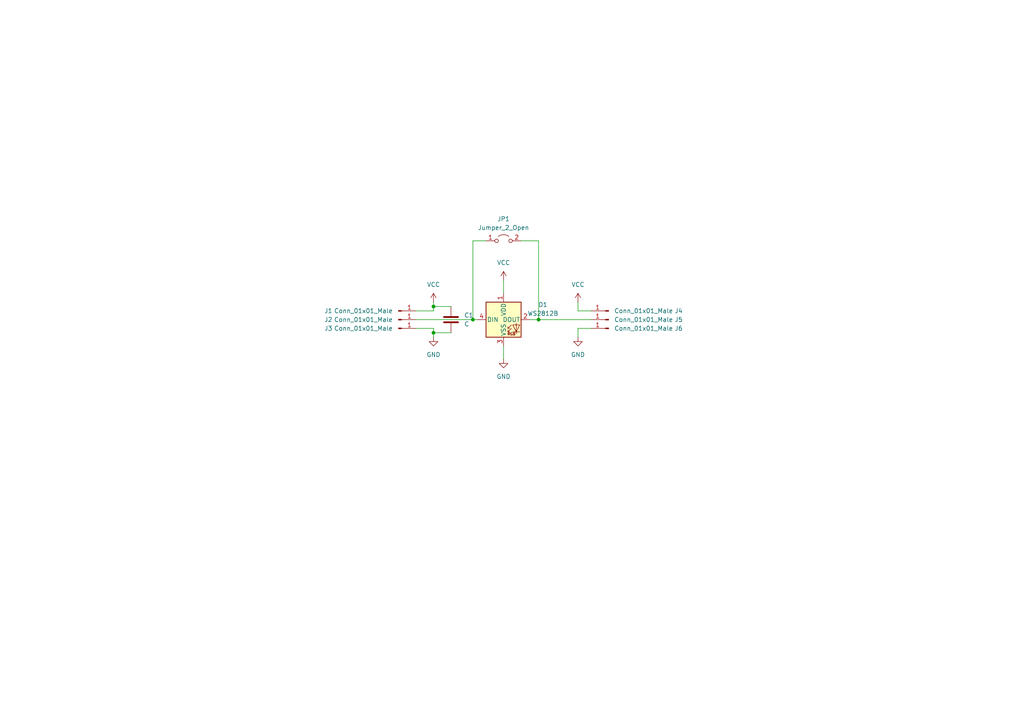
<source format=kicad_sch>
(kicad_sch (version 20211123) (generator eeschema)
  (paper "A4")
  (lib_symbols
    (symbol "Connector:Conn_01x01_Male" (pin_names (offset 1.016) hide)
      (property "Reference" "J" (at 0 2.54 0))
      (property "Value" "Conn_01x01_Male" (at 0 -2.54 0))
      (symbol "Conn_01x01_Male_1_1"
        (polyline (pts (xy 1.27 0) (xy 0.8636 0)) (stroke (width 0.1524)))
        (rectangle (start 0.8636 0.127) (end 0 -0.127) (stroke (width 0.1524)) (fill (type outline)))
        (pin passive line (at 5.08 0 180) (length 3.81) (name "Pin_1") (number "1"))
      )
    )
    (symbol "Device:C" (pin_numbers hide) (pin_names (offset 0.254))
      (property "Reference" "C" (at 0.635 2.54 0))
      (property "Value" "C" (at 0.635 -2.54 0))
      (symbol "C_0_1"
        (polyline (pts (xy -2.032 -0.762) (xy 2.032 -0.762)) (stroke (width 0.508)))
        (polyline (pts (xy -2.032 0.762) (xy 2.032 0.762)) (stroke (width 0.508)))
      )
      (symbol "C_1_1"
        (pin passive line (at 0 3.81 270) (length 2.794) (name "~") (number "1"))
        (pin passive line (at 0 -3.81 90) (length 2.794) (name "~") (number "2"))
      )
    )
    (symbol "Jumper:Jumper_2_Open" (pin_names (offset 0) hide)
      (property "Reference" "JP" (at 0 2.794 0))
      (property "Value" "Jumper_2_Open" (at 0 -2.286 0))
      (symbol "Jumper_2_Open_0_0"
        (circle (center -2.032 0) (radius 0.508))
        (circle (center 2.032 0) (radius 0.508))
      )
      (symbol "Jumper_2_Open_0_1"
        (arc (start 1.524 1.27) (mid 0 1.778) (end -1.524 1.27))
      )
      (symbol "Jumper_2_Open_1_1"
        (pin passive line (at -5.08 0 0) (length 2.54) (name "A") (number "1"))
        (pin passive line (at 5.08 0 180) (length 2.54) (name "B") (number "2"))
      )
    )
    (symbol "LED:WS2812B" (pin_names (offset 0.254))
      (property "Reference" "D" (at 5.08 5.715 0))
      (property "Value" "WS2812B" (at 1.27 -5.715 0))
      (symbol "WS2812B_0_0"
        (text "RGB" (at 2.286 -4.191 0) (effects (font (size 0.762 0.762))))
      )
      (symbol "WS2812B_0_1"
        (polyline (pts (xy 1.27 -3.556) (xy 1.778 -3.556)))
        (polyline (pts (xy 1.27 -2.54) (xy 1.778 -2.54)))
        (polyline (pts (xy 4.699 -3.556) (xy 2.667 -3.556)))
        (polyline (pts (xy 2.286 -2.54) (xy 1.27 -3.556) (xy 1.27 -3.048)))
        (polyline (pts (xy 2.286 -1.524) (xy 1.27 -2.54) (xy 1.27 -2.032)))
        (polyline (pts (xy 3.683 -1.016) (xy 3.683 -3.556) (xy 3.683 -4.064)))
        (polyline (pts (xy 4.699 -1.524) (xy 2.667 -1.524) (xy 3.683 -3.556) (xy 4.699 -1.524)))
        (rectangle (start 5.08 5.08) (end -5.08 -5.08) (stroke (width 0.254)) (fill (type background)))
      )
      (symbol "WS2812B_1_1"
        (pin power_in line (at 0 7.62 270) (length 2.54) (name "VDD") (number "1"))
        (pin output line (at 7.62 0 180) (length 2.54) (name "DOUT") (number "2"))
        (pin power_in line (at 0 -7.62 90) (length 2.54) (name "VSS") (number "3"))
        (pin input line (at -7.62 0 0) (length 2.54) (name "DIN") (number "4"))
      )
    )
    (symbol "power:GND" (power) (pin_names (offset 0))
      (property "Value" "GND" (at 0 -3.81 0))
      (symbol "GND_0_1"
        (polyline (pts (xy 0 0) (xy 0 -1.27) (xy 1.27 -1.27) (xy 0 -2.54) (xy -1.27 -1.27) (xy 0 -1.27)))
      )
      (symbol "GND_1_1"
        (pin power_in line (at 0 0 270) (length 0) hide (name "GND") (number "1"))
      )
    )
    (symbol "power:VCC" (power) (pin_names (offset 0))
      (property "Value" "VCC" (at 0 3.81 0))
      (symbol "VCC_0_1"
        (polyline (pts (xy -0.762 1.27) (xy 0 2.54)))
        (polyline (pts (xy 0 0) (xy 0 2.54)))
        (polyline (pts (xy 0 2.54) (xy 0.762 1.27)))
      )
      (symbol "VCC_1_1"
        (pin power_in line (at 0 0 90) (length 0) hide (name "VCC") (number "1"))
      )
    )
  )
  (junction (at 156.21 92.71))
  (junction (at 125.73 96.52))
  (junction (at 137.16 92.71))
  (junction (at 125.73 88.9))
  (wire (pts (xy 167.64 95.25) (xy 171.45 95.25)))
  (wire (pts (xy 120.65 95.25) (xy 125.73 95.25)))
  (wire (pts (xy 137.16 92.71) (xy 138.43 92.71)))
  (wire (pts (xy 137.16 92.71) (xy 137.16 69.85)))
  (wire (pts (xy 125.73 96.52) (xy 130.81 96.52)))
  (wire (pts (xy 125.73 88.9) (xy 130.81 88.9)))
  (wire (pts (xy 125.73 95.25) (xy 125.73 96.52)))
  (wire (pts (xy 156.21 92.71) (xy 171.45 92.71)))
  (wire (pts (xy 137.16 69.85) (xy 140.97 69.85)))
  (wire (pts (xy 120.65 90.17) (xy 125.73 90.17)))
  (wire (pts (xy 167.64 97.79) (xy 167.64 95.25)))
  (wire (pts (xy 151.13 69.85) (xy 156.21 69.85)))
  (wire (pts (xy 153.67 92.71) (xy 156.21 92.71)))
  (wire (pts (xy 120.65 92.71) (xy 137.16 92.71)))
  (wire (pts (xy 125.73 96.52) (xy 125.73 97.79)))
  (wire (pts (xy 167.64 90.17) (xy 171.45 90.17)))
  (wire (pts (xy 125.73 90.17) (xy 125.73 88.9)))
  (wire (pts (xy 146.05 81.28) (xy 146.05 85.09)))
  (wire (pts (xy 167.64 87.63) (xy 167.64 90.17)))
  (wire (pts (xy 146.05 100.33) (xy 146.05 104.14)))
  (wire (pts (xy 156.21 69.85) (xy 156.21 92.71)))
  (wire (pts (xy 125.73 88.9) (xy 125.73 87.63)))
  (symbol (lib_id "LED:WS2812B") (at 146.05 92.71 0) (unit 1)
    (property "Reference" "D1" (at 157.48 88.3793 0))
    (property "Value" "WS2812B" (at 157.48 90.9193 0))
    (property "Footprint" "LED_SMD:LED_WS2812B_PLCC4_5.0x5.0mm_P3.2mm" (effects hide))
    (property "Datasheet" "https://cdn-shop.adafruit.com/datasheets/WS2812B.pdf" (effects hide))
  )
  (symbol (lib_id "Connector:Conn_01x01_Male") (at 176.53 90.17 180) (unit 1)
    (property "Reference" "J4" (at 196.85 90.17 0))
    (property "Value" "Conn_01x01_Male" (at 186.69 90.17 0))
    (property "Footprint" "TestPoint:TestPoint_Pad_2.0x2.0mm" (effects hide))
  )
  (symbol (lib_id "power:GND") (at 146.05 104.14 0) (unit 1)
    (property "Reference" "#PWR0101" (effects hide))
    (property "Value" "GND" (at 146.05 109.22 0))
  )
  (symbol (lib_id "Jumper:Jumper_2_Open") (at 146.05 69.85 0) (unit 1)
    (property "Reference" "JP1" (at 146.05 63.5 0))
    (property "Value" "Jumper_2_Open" (at 146.05 66.04 0))
    (property "Footprint" "Jumper:SolderJumper-2_P1.3mm_Open_Pad1.0x1.5mm" (effects hide))
  )
  (symbol (lib_id "Connector:Conn_01x01_Male") (at 176.53 92.71 180) (unit 1)
    (property "Reference" "J5" (at 196.85 92.71 0))
    (property "Value" "Conn_01x01_Male" (at 186.69 92.71 0))
    (property "Footprint" "TestPoint:TestPoint_Pad_2.0x2.0mm" (effects hide))
  )
  (symbol (lib_id "power:VCC") (at 125.73 87.63 0) (unit 1)
    (property "Reference" "#PWR0103" (effects hide))
    (property "Value" "VCC" (at 125.73 82.55 0))
  )
  (symbol (lib_id "Connector:Conn_01x01_Male") (at 115.57 92.71 0) (unit 1)
    (property "Reference" "J2" (at 95.25 92.71 0))
    (property "Value" "Conn_01x01_Male" (at 105.41 92.71 0))
    (property "Footprint" "TestPoint:TestPoint_Pad_2.0x2.0mm" (effects hide))
  )
  (symbol (lib_id "Connector:Conn_01x01_Male") (at 176.53 95.25 180) (unit 1)
    (property "Reference" "J6" (at 196.85 95.25 0))
    (property "Value" "Conn_01x01_Male" (at 186.69 95.25 0))
    (property "Footprint" "TestPoint:TestPoint_Pad_2.0x2.0mm" (effects hide))
  )
  (symbol (lib_id "Device:C") (at 130.81 92.71 0) (unit 1)
    (property "Reference" "C1" (at 134.62 91.4399 0) (effects (justify left)))
    (property "Value" "C" (at 134.62 93.9799 0) (effects (justify left)))
    (property "Footprint" "Capacitor_SMD:C_0603_1608Metric" (effects hide))
  )
  (symbol (lib_id "power:GND") (at 167.64 97.79 0) (unit 1)
    (property "Reference" "#PWR0102" (effects hide))
    (property "Value" "GND" (at 167.64 102.87 0))
  )
  (symbol (lib_id "Connector:Conn_01x01_Male") (at 115.57 95.25 0) (unit 1)
    (property "Reference" "J3" (at 95.25 95.25 0))
    (property "Value" "Conn_01x01_Male" (at 105.41 95.25 0))
    (property "Footprint" "TestPoint:TestPoint_Pad_2.0x2.0mm" (effects hide))
  )
  (symbol (lib_id "Connector:Conn_01x01_Male") (at 115.57 90.17 0) (unit 1)
    (property "Reference" "J1" (at 95.25 90.17 0))
    (property "Value" "Conn_01x01_Male" (at 105.41 90.17 0))
    (property "Footprint" "TestPoint:TestPoint_Pad_2.0x2.0mm" (effects hide))
  )
  (symbol (lib_id "power:VCC") (at 167.64 87.63 0) (unit 1)
    (property "Reference" "#PWR0105" (effects hide))
    (property "Value" "VCC" (at 167.64 82.55 0))
  )
  (symbol (lib_id "power:GND") (at 125.73 97.79 0) (unit 1)
    (property "Reference" "#PWR0106" (effects hide))
    (property "Value" "GND" (at 125.73 102.87 0))
  )
  (symbol (lib_id "power:VCC") (at 146.05 81.28 0) (unit 1)
    (property "Reference" "#PWR0104" (effects hide))
    (property "Value" "VCC" (at 146.05 76.2 0))
  )
)
</source>
